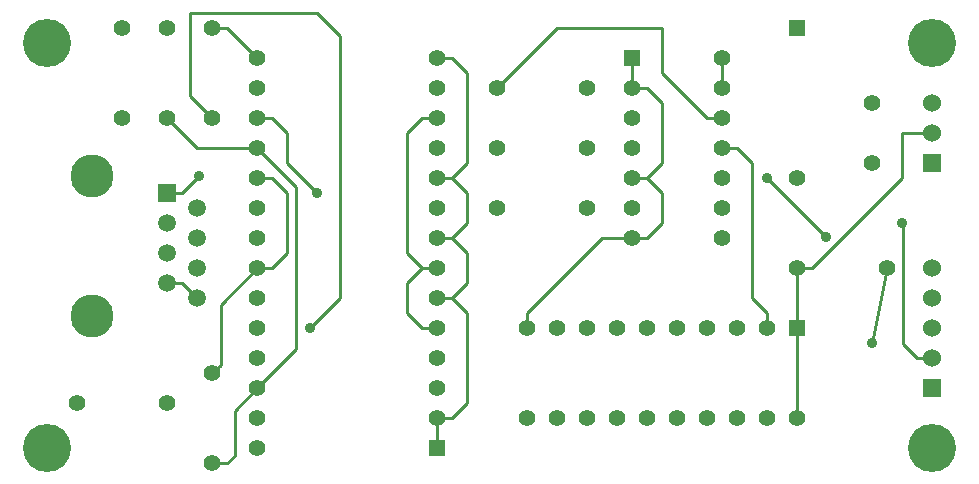
<source format=gbr>
G04 #@! TF.FileFunction,Copper,L1,Top,Signal*
%FSLAX46Y46*%
G04 Gerber Fmt 4.6, Leading zero omitted, Abs format (unit mm)*
G04 Created by KiCad (PCBNEW (2015-10-16 BZR 6271)-product) date Thursday, November 26, 2015 'PMt' 11:11:10 PM*
%MOMM*%
G01*
G04 APERTURE LIST*
%ADD10C,0.100000*%
%ADD11C,3.649980*%
%ADD12R,1.501140X1.501140*%
%ADD13C,1.501140*%
%ADD14C,1.397000*%
%ADD15R,1.524000X1.524000*%
%ADD16C,1.524000*%
%ADD17R,1.397000X1.397000*%
%ADD18C,4.064000*%
%ADD19C,0.889000*%
%ADD20C,0.254000*%
G04 APERTURE END LIST*
D10*
D11*
X59690000Y-44673520D03*
X59690000Y-32804100D03*
D12*
X66040000Y-34290000D03*
D13*
X68580000Y-35560000D03*
X66040000Y-36830000D03*
X68580000Y-38100000D03*
X66040000Y-39370000D03*
X68580000Y-40640000D03*
X66040000Y-41910000D03*
X68580000Y-43180000D03*
D14*
X66040000Y-52070000D03*
X58420000Y-52070000D03*
X62230000Y-20320000D03*
X62230000Y-27940000D03*
X101600000Y-35560000D03*
X93980000Y-35560000D03*
X101600000Y-30480000D03*
X93980000Y-30480000D03*
X93980000Y-25400000D03*
X101600000Y-25400000D03*
X69850000Y-27940000D03*
X69850000Y-20320000D03*
X66040000Y-20320000D03*
X66040000Y-27940000D03*
X127000000Y-40640000D03*
X119380000Y-40640000D03*
X69850000Y-49530000D03*
X69850000Y-57150000D03*
D15*
X130810000Y-50800000D03*
D16*
X130810000Y-48260000D03*
X130810000Y-45720000D03*
X130810000Y-43180000D03*
X130810000Y-40640000D03*
D15*
X130810000Y-31750000D03*
D16*
X130810000Y-29210000D03*
X130810000Y-26670000D03*
D17*
X88900000Y-55880000D03*
D14*
X88900000Y-53340000D03*
X88900000Y-50800000D03*
X88900000Y-48260000D03*
X88900000Y-45720000D03*
X88900000Y-43180000D03*
X88900000Y-40640000D03*
X88900000Y-38100000D03*
X88900000Y-35560000D03*
X88900000Y-33020000D03*
X88900000Y-30480000D03*
X88900000Y-27940000D03*
X88900000Y-25400000D03*
X88900000Y-22860000D03*
X73660000Y-22860000D03*
X73660000Y-25400000D03*
X73660000Y-27940000D03*
X73660000Y-30480000D03*
X73660000Y-33020000D03*
X73660000Y-35560000D03*
X73660000Y-38100000D03*
X73660000Y-40640000D03*
X73660000Y-43180000D03*
X73660000Y-45720000D03*
X73660000Y-48260000D03*
X73660000Y-50800000D03*
X73660000Y-53340000D03*
X73660000Y-55880000D03*
D17*
X119380000Y-45720000D03*
D14*
X116840000Y-45720000D03*
X114300000Y-45720000D03*
X111760000Y-45720000D03*
X109220000Y-45720000D03*
X106680000Y-45720000D03*
X104140000Y-45720000D03*
X101600000Y-45720000D03*
X99060000Y-45720000D03*
X96520000Y-45720000D03*
X96520000Y-53340000D03*
X99060000Y-53340000D03*
X101600000Y-53340000D03*
X104140000Y-53340000D03*
X106680000Y-53340000D03*
X109220000Y-53340000D03*
X111760000Y-53340000D03*
X114300000Y-53340000D03*
X116840000Y-53340000D03*
X119380000Y-53340000D03*
D17*
X105410000Y-22860000D03*
D14*
X105410000Y-25400000D03*
X105410000Y-27940000D03*
X105410000Y-30480000D03*
X105410000Y-33020000D03*
X105410000Y-35560000D03*
X105410000Y-38100000D03*
X113030000Y-38100000D03*
X113030000Y-35560000D03*
X113030000Y-33020000D03*
X113030000Y-30480000D03*
X113030000Y-27940000D03*
X113030000Y-25400000D03*
X113030000Y-22860000D03*
D17*
X119380000Y-20320000D03*
D14*
X119380000Y-33020000D03*
X125730000Y-26670000D03*
X125730000Y-31750000D03*
D18*
X130810000Y-21590000D03*
X130810000Y-55880000D03*
X55880000Y-55880000D03*
X55880000Y-21590000D03*
D19*
X128270000Y-36830000D03*
X121791671Y-37971671D03*
X116840000Y-33020000D03*
X78105000Y-45720000D03*
X125730000Y-46990000D03*
X78740000Y-34290000D03*
X68760399Y-32839601D03*
D20*
X119380000Y-40640000D02*
X120650000Y-40640000D01*
X120650000Y-40640000D02*
X128270000Y-33020000D01*
X128270000Y-33020000D02*
X128270000Y-29210000D01*
X128270000Y-29210000D02*
X130810000Y-29210000D01*
X119380000Y-53340000D02*
X119380000Y-45720000D01*
X119380000Y-45720000D02*
X119380000Y-40640000D01*
X105410000Y-38100000D02*
X102870000Y-38100000D01*
X102870000Y-38100000D02*
X96520000Y-44450000D01*
X96520000Y-44450000D02*
X96520000Y-45720000D01*
X88900000Y-40640000D02*
X87630000Y-40640000D01*
X87630000Y-40640000D02*
X86360000Y-39370000D01*
X86360000Y-39370000D02*
X86360000Y-29210000D01*
X86360000Y-29210000D02*
X87630000Y-27940000D01*
X87630000Y-27940000D02*
X88900000Y-27940000D01*
X105410000Y-33020000D02*
X106680000Y-33020000D01*
X106680000Y-33020000D02*
X107950000Y-31750000D01*
X107950000Y-31750000D02*
X107950000Y-26670000D01*
X107950000Y-26670000D02*
X106680000Y-25400000D01*
X106680000Y-25400000D02*
X105410000Y-25400000D01*
X105410000Y-38100000D02*
X106680000Y-38100000D01*
X106680000Y-38100000D02*
X107950000Y-36830000D01*
X107950000Y-36830000D02*
X107950000Y-34290000D01*
X107950000Y-34290000D02*
X106680000Y-33020000D01*
X88900000Y-45720000D02*
X87630000Y-45720000D01*
X87630000Y-45720000D02*
X86360000Y-44450000D01*
X86360000Y-44450000D02*
X86360000Y-41910000D01*
X86360000Y-41910000D02*
X87630000Y-40640000D01*
X105410000Y-25400000D02*
X105410000Y-22860000D01*
X128333501Y-36893501D02*
X128270000Y-36830000D01*
X129540000Y-48260000D02*
X128333501Y-47053501D01*
X128333501Y-47053501D02*
X128333501Y-36893501D01*
X130810000Y-48260000D02*
X129540000Y-48260000D01*
X116840000Y-33020000D02*
X121791671Y-37971671D01*
X71755000Y-56515000D02*
X71755000Y-52705000D01*
X71755000Y-52705000D02*
X73660000Y-50800000D01*
X71120000Y-57150000D02*
X71755000Y-56515000D01*
X69850000Y-57150000D02*
X71120000Y-57150000D01*
X73660000Y-30480000D02*
X68580000Y-30480000D01*
X68580000Y-30480000D02*
X66040000Y-27940000D01*
X73660000Y-50800000D02*
X76962010Y-47497990D01*
X76962010Y-47497990D02*
X76962010Y-33782010D01*
X76962010Y-33782010D02*
X73660000Y-30480000D01*
X66040000Y-41910000D02*
X67310000Y-41910000D01*
X67310000Y-41910000D02*
X68580000Y-43180000D01*
X80645000Y-20955000D02*
X80645000Y-43180000D01*
X80645000Y-43180000D02*
X78105000Y-45720000D01*
X78676499Y-18986499D02*
X80645000Y-20955000D01*
X67945000Y-19050000D02*
X69146418Y-19050000D01*
X69146418Y-19050000D02*
X69209919Y-18986499D01*
X69209919Y-18986499D02*
X78676499Y-18986499D01*
X67945000Y-20251418D02*
X67945000Y-19050000D01*
X67945000Y-26035000D02*
X67945000Y-20251418D01*
X68580000Y-26670000D02*
X67945000Y-26035000D01*
X69850000Y-27940000D02*
X68580000Y-26670000D01*
X125730000Y-46990000D02*
X127000000Y-40640000D01*
X69850000Y-20320000D02*
X71120000Y-20320000D01*
X71120000Y-20320000D02*
X73660000Y-22860000D01*
X69850000Y-49530000D02*
X70548499Y-48831501D01*
X70548499Y-48831501D02*
X70548499Y-43751501D01*
X70548499Y-43751501D02*
X73660000Y-40640000D01*
X73660000Y-40640000D02*
X74930000Y-40640000D01*
X74930000Y-40640000D02*
X76200000Y-39370000D01*
X76200000Y-39370000D02*
X76200000Y-34290000D01*
X76200000Y-34290000D02*
X74930000Y-33020000D01*
X74930000Y-33020000D02*
X73660000Y-33020000D01*
X78740000Y-34290000D02*
X76200000Y-31750000D01*
X76200000Y-31750000D02*
X76200000Y-29210000D01*
X76200000Y-29210000D02*
X74930000Y-27940000D01*
X74930000Y-27940000D02*
X73660000Y-27940000D01*
X66040000Y-34290000D02*
X67310000Y-34290000D01*
X67310000Y-34290000D02*
X68760399Y-32839601D01*
X113030000Y-27940000D02*
X111760000Y-27940000D01*
X111760000Y-27940000D02*
X107950000Y-24130000D01*
X107950000Y-24130000D02*
X107950000Y-20320000D01*
X107950000Y-20320000D02*
X99060000Y-20320000D01*
X99060000Y-20320000D02*
X93980000Y-25400000D01*
X116840000Y-45720000D02*
X116840000Y-44450000D01*
X116840000Y-44450000D02*
X115570000Y-43180000D01*
X115570000Y-43180000D02*
X115570000Y-31750000D01*
X115570000Y-31750000D02*
X114300000Y-30480000D01*
X114300000Y-30480000D02*
X113030000Y-30480000D01*
X88900000Y-22860000D02*
X90170000Y-22860000D01*
X90170000Y-22860000D02*
X91440000Y-24130000D01*
X91440000Y-24130000D02*
X91440000Y-31750000D01*
X91440000Y-31750000D02*
X90170000Y-33020000D01*
X90170000Y-33020000D02*
X88900000Y-33020000D01*
X88900000Y-43180000D02*
X90170000Y-43180000D01*
X90170000Y-43180000D02*
X91440000Y-44450000D01*
X91440000Y-44450000D02*
X91440000Y-52070000D01*
X91440000Y-52070000D02*
X90170000Y-53340000D01*
X90170000Y-53340000D02*
X88900000Y-53340000D01*
X90170000Y-33020000D02*
X91440000Y-34290000D01*
X91440000Y-34290000D02*
X91440000Y-36830000D01*
X91440000Y-36830000D02*
X90170000Y-38100000D01*
X90170000Y-38100000D02*
X88900000Y-38100000D01*
X90170000Y-38100000D02*
X91440000Y-39370000D01*
X91440000Y-39370000D02*
X91440000Y-41910000D01*
X91440000Y-41910000D02*
X90170000Y-43180000D01*
X88900000Y-53340000D02*
X88900000Y-55880000D01*
X113030000Y-25400000D02*
X113030000Y-22860000D01*
M02*

</source>
